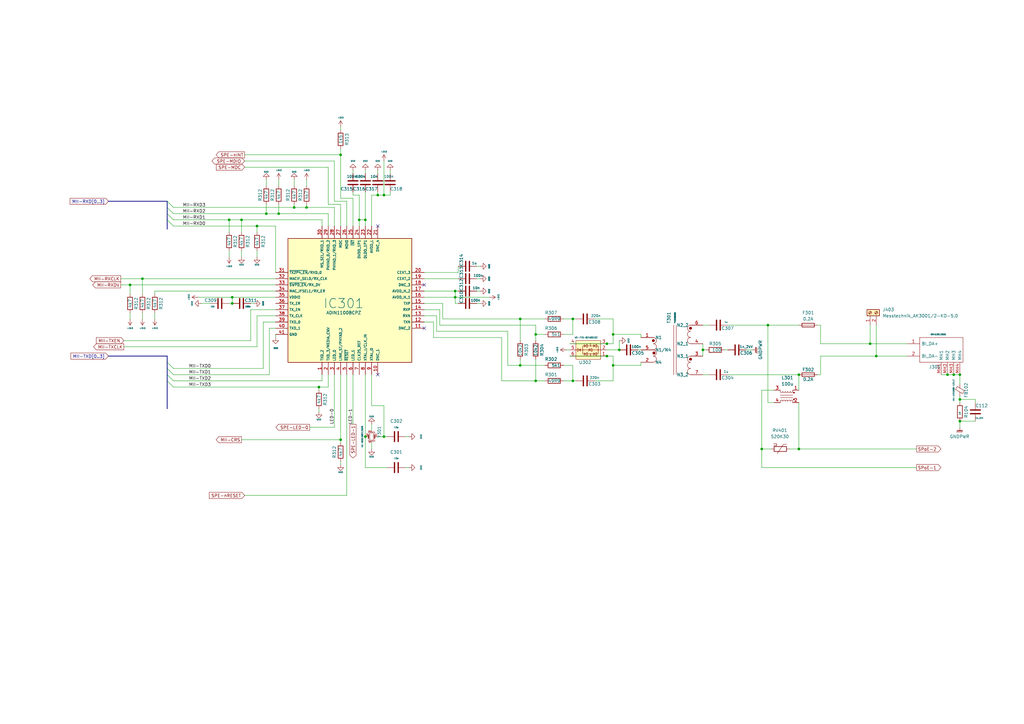
<source format=kicad_sch>
(kicad_sch (version 20230121) (generator eeschema)
  (paper "A3")
  (junction (at 356.87 140.97))
  (junction (at 254 143.51))
  (junction (at 393.7 163.83))
  (junction (at 327.66 153.67))
  (junction (at 248.92 146.05))
  (junction (at 154.94 80.01))
  (junction (at 393.7 153.67))
  (junction (at 139.7 180.34))
  (junction (at 248.92 140.97))
  (junction (at 312.42 184.15))
  (junction (at 359.41 146.05))
  (junction (at 105.41 92.71))
  (junction (at 149.86 179.07))
  (junction (at 219.71 156.21))
  (junction (at 393.7 172.72))
  (junction (at 251.46 149.86))
  (junction (at 234.95 156.21))
  (junction (at 149.86 90.17))
  (junction (at 186.69 119.38))
  (junction (at 139.7 63.5))
  (junction (at 213.36 130.81))
  (junction (at 58.42 114.3))
  (junction (at 95.25 124.46))
  (junction (at 327.66 184.15))
  (junction (at 314.96 133.35))
  (junction (at 120.65 85.09))
  (junction (at 95.25 121.92))
  (junction (at 288.29 143.51))
  (junction (at 391.16 153.67))
  (junction (at 234.95 130.81))
  (junction (at 213.36 149.86))
  (junction (at 186.69 121.92))
  (junction (at 388.62 153.67))
  (junction (at 99.06 90.17))
  (junction (at 157.48 179.07))
  (junction (at 114.3 87.63))
  (junction (at 93.98 90.17))
  (junction (at 53.34 116.84))
  (junction (at 147.32 90.17))
  (junction (at 130.81 158.75))
  (junction (at 219.71 137.16))
  (junction (at 251.46 137.16))
  (junction (at 109.22 87.63))
  (junction (at 157.48 80.01))
  (junction (at 125.73 85.09))
  (no_connect (at 173.99 134.62))
  (no_connect (at 154.94 153.67))
  (no_connect (at 173.99 116.84))
  (no_connect (at 154.94 92.71))
  (bus_entry (at 68.58 156.21) (size 2.54 2.54))
  (bus_entry (at 68.58 151.13) (size 2.54 2.54))
  (bus_entry (at 68.58 87.63) (size 2.54 2.54))
  (bus_entry (at 68.58 85.09) (size 2.54 2.54))
  (bus_entry (at 68.58 148.59) (size 2.54 2.54))
  (bus_entry (at 68.58 90.17) (size 2.54 2.54))
  (bus_entry (at 68.58 153.67) (size 2.54 2.54))
  (bus_entry (at 68.58 82.55) (size 2.54 2.54))
  (wire (pts (xy 254 143.51) (xy 254 139.7)))
  (bus (pts (xy 68.58 148.59) (xy 68.58 146.05)))
  (wire (pts (xy 195.58 119.38) (xy 196.85 119.38)))
  (wire (pts (xy 186.69 121.92) (xy 186.69 119.38)))
  (wire (pts (xy 219.71 137.16) (xy 223.52 137.16)))
  (wire (pts (xy 359.41 133.35) (xy 359.41 146.05)))
  (wire (pts (xy 49.53 116.84) (xy 53.34 116.84)))
  (wire (pts (xy 154.94 80.01) (xy 154.94 78.74)))
  (wire (pts (xy 95.25 124.46) (xy 93.98 124.46)))
  (wire (pts (xy 158.75 179.07) (xy 157.48 179.07)))
  (wire (pts (xy 179.07 135.89) (xy 208.28 135.89)))
  (wire (pts (xy 63.5 119.38) (xy 63.5 120.65)))
  (wire (pts (xy 298.45 153.67) (xy 327.66 153.67)))
  (wire (pts (xy 157.48 179.07) (xy 157.48 166.37)))
  (wire (pts (xy 306.07 143.51) (xy 308.61 143.51)))
  (wire (pts (xy 139.7 180.34) (xy 139.7 181.61)))
  (wire (pts (xy 219.71 156.21) (xy 219.71 147.32)))
  (wire (pts (xy 139.7 81.28) (xy 139.7 63.5)))
  (wire (pts (xy 71.12 156.21) (xy 132.08 156.21)))
  (wire (pts (xy 105.41 92.71) (xy 113.03 92.71)))
  (wire (pts (xy 213.36 130.81) (xy 223.52 130.81)))
  (wire (pts (xy 251.46 137.16) (xy 251.46 130.81)))
  (wire (pts (xy 186.69 124.46) (xy 187.96 124.46)))
  (wire (pts (xy 251.46 149.86) (xy 251.46 146.05)))
  (wire (pts (xy 251.46 149.86) (xy 262.89 149.86)))
  (bus (pts (xy 68.58 85.09) (xy 68.58 87.63)))
  (wire (pts (xy 254 143.51) (xy 248.92 143.51)))
  (wire (pts (xy 335.28 133.35) (xy 336.55 133.35)))
  (wire (pts (xy 186.69 121.92) (xy 186.69 124.46)))
  (wire (pts (xy 400.05 172.72) (xy 393.7 172.72)))
  (wire (pts (xy 105.41 105.41) (xy 105.41 102.87)))
  (wire (pts (xy 58.42 128.27) (xy 58.42 130.81)))
  (wire (pts (xy 99.06 105.41) (xy 99.06 102.87)))
  (wire (pts (xy 312.42 160.02) (xy 312.42 184.15)))
  (bus (pts (xy 68.58 82.55) (xy 68.58 85.09)))
  (wire (pts (xy 109.22 73.66) (xy 109.22 76.2)))
  (wire (pts (xy 288.29 153.67) (xy 290.83 153.67)))
  (wire (pts (xy 336.55 140.97) (xy 356.87 140.97)))
  (wire (pts (xy 173.99 121.92) (xy 186.69 121.92)))
  (wire (pts (xy 105.41 129.54) (xy 105.41 142.24)))
  (wire (pts (xy 144.78 92.71) (xy 144.78 81.28)))
  (wire (pts (xy 109.22 83.82) (xy 109.22 87.63)))
  (wire (pts (xy 327.66 184.15) (xy 375.92 184.15)))
  (wire (pts (xy 100.33 68.58) (xy 134.62 68.58)))
  (wire (pts (xy 388.62 153.67) (xy 386.08 153.67)))
  (wire (pts (xy 234.95 156.21) (xy 236.22 156.21)))
  (wire (pts (xy 213.36 139.7) (xy 213.36 130.81)))
  (wire (pts (xy 173.99 132.08) (xy 177.8 132.08)))
  (wire (pts (xy 160.02 71.12) (xy 160.02 69.85)))
  (wire (pts (xy 251.46 156.21) (xy 243.84 156.21)))
  (wire (pts (xy 154.94 179.07) (xy 157.48 179.07)))
  (wire (pts (xy 113.03 138.43) (xy 113.03 137.16)))
  (wire (pts (xy 298.45 143.51) (xy 297.18 143.51)))
  (wire (pts (xy 173.99 114.3) (xy 187.96 114.3)))
  (wire (pts (xy 99.06 90.17) (xy 93.98 90.17)))
  (wire (pts (xy 234.95 137.16) (xy 234.95 130.81)))
  (wire (pts (xy 100.33 66.04) (xy 137.16 66.04)))
  (wire (pts (xy 312.42 191.77) (xy 375.92 191.77)))
  (wire (pts (xy 142.24 153.67) (xy 142.24 203.2)))
  (wire (pts (xy 139.7 189.23) (xy 139.7 190.5)))
  (wire (pts (xy 261.62 143.51) (xy 262.89 143.51)))
  (wire (pts (xy 356.87 140.97) (xy 372.11 140.97)))
  (wire (pts (xy 359.41 146.05) (xy 372.11 146.05)))
  (wire (pts (xy 139.7 153.67) (xy 139.7 180.34)))
  (wire (pts (xy 213.36 149.86) (xy 213.36 147.32)))
  (wire (pts (xy 173.99 127) (xy 180.34 127)))
  (wire (pts (xy 114.3 83.82) (xy 114.3 87.63)))
  (wire (pts (xy 219.71 137.16) (xy 219.71 133.35)))
  (bus (pts (xy 68.58 151.13) (xy 68.58 148.59)))
  (wire (pts (xy 142.24 92.71) (xy 142.24 82.55)))
  (wire (pts (xy 114.3 73.66) (xy 114.3 76.2)))
  (bus (pts (xy 68.58 153.67) (xy 68.58 156.21)))
  (wire (pts (xy 93.98 90.17) (xy 93.98 95.25)))
  (wire (pts (xy 58.42 114.3) (xy 113.03 114.3)))
  (wire (pts (xy 181.61 124.46) (xy 181.61 130.81)))
  (wire (pts (xy 127 175.26) (xy 137.16 175.26)))
  (wire (pts (xy 179.07 129.54) (xy 179.07 135.89)))
  (wire (pts (xy 142.24 82.55) (xy 137.16 82.55)))
  (wire (pts (xy 132.08 90.17) (xy 99.06 90.17)))
  (wire (pts (xy 86.36 124.46) (xy 82.55 124.46)))
  (wire (pts (xy 125.73 83.82) (xy 125.73 85.09)))
  (wire (pts (xy 71.12 85.09) (xy 120.65 85.09)))
  (wire (pts (xy 312.42 184.15) (xy 316.23 184.15)))
  (wire (pts (xy 157.48 80.01) (xy 154.94 80.01)))
  (wire (pts (xy 288.29 146.05) (xy 288.29 143.51)))
  (wire (pts (xy 154.94 71.12) (xy 154.94 69.85)))
  (wire (pts (xy 251.46 146.05) (xy 248.92 146.05)))
  (wire (pts (xy 152.4 176.53) (xy 152.4 173.99)))
  (wire (pts (xy 49.53 114.3) (xy 58.42 114.3)))
  (wire (pts (xy 195.58 114.3) (xy 196.85 114.3)))
  (wire (pts (xy 102.87 124.46) (xy 104.14 124.46)))
  (wire (pts (xy 167.64 191.77) (xy 166.37 191.77)))
  (wire (pts (xy 336.55 140.97) (xy 336.55 133.35)))
  (wire (pts (xy 213.36 149.86) (xy 208.28 149.86)))
  (wire (pts (xy 336.55 146.05) (xy 336.55 153.67)))
  (wire (pts (xy 231.14 156.21) (xy 234.95 156.21)))
  (wire (pts (xy 327.66 153.67) (xy 327.66 160.02)))
  (wire (pts (xy 120.65 73.66) (xy 120.65 76.2)))
  (wire (pts (xy 137.16 82.55) (xy 137.16 66.04)))
  (wire (pts (xy 160.02 80.01) (xy 160.02 78.74)))
  (wire (pts (xy 152.4 92.71) (xy 152.4 80.01)))
  (wire (pts (xy 99.06 90.17) (xy 99.06 95.25)))
  (wire (pts (xy 149.86 92.71) (xy 149.86 90.17)))
  (wire (pts (xy 234.95 156.21) (xy 234.95 149.86)))
  (wire (pts (xy 251.46 130.81) (xy 243.84 130.81)))
  (wire (pts (xy 137.16 92.71) (xy 137.16 85.09)))
  (wire (pts (xy 58.42 114.3) (xy 58.42 120.65)))
  (wire (pts (xy 114.3 87.63) (xy 134.62 87.63)))
  (wire (pts (xy 234.95 130.81) (xy 236.22 130.81)))
  (wire (pts (xy 53.34 130.81) (xy 53.34 128.27)))
  (wire (pts (xy 251.46 140.97) (xy 248.92 140.97)))
  (wire (pts (xy 147.32 90.17) (xy 147.32 80.01)))
  (wire (pts (xy 231.14 137.16) (xy 234.95 137.16)))
  (wire (pts (xy 157.48 80.01) (xy 160.02 80.01)))
  (wire (pts (xy 95.25 121.92) (xy 95.25 124.46)))
  (wire (pts (xy 107.95 132.08) (xy 113.03 132.08)))
  (wire (pts (xy 393.7 163.83) (xy 400.05 163.83)))
  (wire (pts (xy 393.7 162.56) (xy 393.7 163.83)))
  (wire (pts (xy 336.55 146.05) (xy 359.41 146.05)))
  (wire (pts (xy 173.99 124.46) (xy 181.61 124.46)))
  (wire (pts (xy 251.46 137.16) (xy 262.89 137.16)))
  (wire (pts (xy 149.86 179.07) (xy 149.86 153.67)))
  (wire (pts (xy 391.16 153.67) (xy 393.7 153.67)))
  (wire (pts (xy 289.56 143.51) (xy 288.29 143.51)))
  (wire (pts (xy 107.95 151.13) (xy 107.95 132.08)))
  (wire (pts (xy 205.74 138.43) (xy 177.8 138.43)))
  (wire (pts (xy 262.89 138.43) (xy 262.89 137.16)))
  (wire (pts (xy 314.96 165.1) (xy 317.5 165.1)))
  (wire (pts (xy 113.03 111.76) (xy 113.03 92.71)))
  (wire (pts (xy 251.46 149.86) (xy 251.46 156.21)))
  (wire (pts (xy 95.25 121.92) (xy 113.03 121.92)))
  (wire (pts (xy 144.78 173.99) (xy 144.78 153.67)))
  (wire (pts (xy 317.5 160.02) (xy 312.42 160.02)))
  (wire (pts (xy 113.03 129.54) (xy 105.41 129.54)))
  (wire (pts (xy 71.12 92.71) (xy 105.41 92.71)))
  (wire (pts (xy 231.14 149.86) (xy 234.95 149.86)))
  (wire (pts (xy 166.37 179.07) (xy 167.64 179.07)))
  (wire (pts (xy 327.66 165.1) (xy 327.66 184.15)))
  (bus (pts (xy 68.58 156.21) (xy 68.58 167.64)))
  (wire (pts (xy 100.33 203.2) (xy 142.24 203.2)))
  (wire (pts (xy 262.89 148.59) (xy 262.89 149.86)))
  (wire (pts (xy 393.7 157.48) (xy 393.7 153.67)))
  (bus (pts (xy 68.58 90.17) (xy 68.58 93.98)))
  (wire (pts (xy 157.48 80.01) (xy 157.48 66.04)))
  (wire (pts (xy 187.96 111.76) (xy 187.96 109.22)))
  (wire (pts (xy 152.4 153.67) (xy 152.4 166.37)))
  (wire (pts (xy 149.86 71.12) (xy 149.86 69.85)))
  (wire (pts (xy 130.81 158.75) (xy 130.81 160.02)))
  (wire (pts (xy 109.22 87.63) (xy 114.3 87.63)))
  (wire (pts (xy 144.78 81.28) (xy 139.7 81.28)))
  (wire (pts (xy 139.7 53.34) (xy 139.7 52.07)))
  (wire (pts (xy 71.12 87.63) (xy 109.22 87.63)))
  (wire (pts (xy 120.65 85.09) (xy 125.73 85.09)))
  (wire (pts (xy 152.4 181.61) (xy 152.4 184.15)))
  (wire (pts (xy 99.06 180.34) (xy 139.7 180.34)))
  (wire (pts (xy 393.7 163.83) (xy 393.7 165.1)))
  (wire (pts (xy 137.16 175.26) (xy 137.16 153.67)))
  (wire (pts (xy 173.99 111.76) (xy 187.96 111.76)))
  (bus (pts (xy 44.45 146.05) (xy 68.58 146.05)))
  (wire (pts (xy 105.41 92.71) (xy 105.41 95.25)))
  (wire (pts (xy 288.29 143.51) (xy 288.29 140.97)))
  (wire (pts (xy 139.7 60.96) (xy 139.7 63.5)))
  (wire (pts (xy 323.85 184.15) (xy 327.66 184.15)))
  (bus (pts (xy 44.45 82.55) (xy 68.58 82.55)))
  (wire (pts (xy 50.8 142.24) (xy 105.41 142.24)))
  (wire (pts (xy 63.5 119.38) (xy 113.03 119.38)))
  (wire (pts (xy 71.12 151.13) (xy 107.95 151.13)))
  (wire (pts (xy 134.62 83.82) (xy 134.62 68.58)))
  (wire (pts (xy 186.69 119.38) (xy 187.96 119.38)))
  (wire (pts (xy 195.58 109.22) (xy 196.85 109.22)))
  (wire (pts (xy 132.08 153.67) (xy 132.08 156.21)))
  (wire (pts (xy 149.86 90.17) (xy 149.86 78.74)))
  (wire (pts (xy 219.71 133.35) (xy 180.34 133.35)))
  (wire (pts (xy 251.46 137.16) (xy 251.46 140.97)))
  (wire (pts (xy 139.7 92.71) (xy 139.7 83.82)))
  (bus (pts (xy 68.58 151.13) (xy 68.58 153.67)))
  (wire (pts (xy 223.52 149.86) (xy 213.36 149.86)))
  (wire (pts (xy 125.73 73.66) (xy 125.73 76.2)))
  (wire (pts (xy 71.12 158.75) (xy 130.81 158.75)))
  (wire (pts (xy 177.8 138.43) (xy 177.8 132.08)))
  (wire (pts (xy 100.33 63.5) (xy 139.7 63.5)))
  (wire (pts (xy 139.7 83.82) (xy 134.62 83.82)))
  (wire (pts (xy 144.78 80.01) (xy 147.32 80.01)))
  (wire (pts (xy 110.49 153.67) (xy 110.49 134.62)))
  (wire (pts (xy 314.96 133.35) (xy 314.96 165.1)))
  (wire (pts (xy 144.78 80.01) (xy 144.78 78.74)))
  (wire (pts (xy 152.4 166.37) (xy 157.48 166.37)))
  (wire (pts (xy 288.29 133.35) (xy 290.83 133.35)))
  (wire (pts (xy 205.74 156.21) (xy 219.71 156.21)))
  (wire (pts (xy 63.5 128.27) (xy 63.5 130.81)))
  (wire (pts (xy 356.87 133.35) (xy 356.87 140.97)))
  (wire (pts (xy 120.65 83.82) (xy 120.65 85.09)))
  (wire (pts (xy 393.7 175.26) (xy 393.7 172.72)))
  (wire (pts (xy 173.99 129.54) (xy 179.07 129.54)))
  (wire (pts (xy 248.92 140.97) (xy 233.68 140.97)))
  (wire (pts (xy 152.4 80.01) (xy 154.94 80.01)))
  (wire (pts (xy 205.74 156.21) (xy 205.74 138.43)))
  (wire (pts (xy 173.99 119.38) (xy 186.69 119.38)))
  (wire (pts (xy 195.58 124.46) (xy 196.85 124.46)))
  (wire (pts (xy 144.78 71.12) (xy 144.78 69.85)))
  (wire (pts (xy 130.81 158.75) (xy 134.62 158.75)))
  (wire (pts (xy 93.98 105.41) (xy 93.98 102.87)))
  (wire (pts (xy 113.03 127) (xy 102.87 127)))
  (wire (pts (xy 53.34 116.84) (xy 113.03 116.84)))
  (wire (pts (xy 232.41 143.51) (xy 233.68 143.51)))
  (wire (pts (xy 147.32 92.71) (xy 147.32 90.17)))
  (wire (pts (xy 335.28 153.67) (xy 336.55 153.67)))
  (wire (pts (xy 180.34 133.35) (xy 180.34 127)))
  (wire (pts (xy 53.34 120.65) (xy 53.34 116.84)))
  (wire (pts (xy 181.61 130.81) (xy 213.36 130.81)))
  (wire (pts (xy 95.25 121.92) (xy 81.28 121.92)))
  (wire (pts (xy 130.81 167.64) (xy 130.81 168.91)))
  (wire (pts (xy 149.86 191.77) (xy 158.75 191.77)))
  (wire (pts (xy 125.73 85.09) (xy 137.16 85.09)))
  (wire (pts (xy 149.86 191.77) (xy 149.86 179.07)))
  (wire (pts (xy 93.98 90.17) (xy 71.12 90.17)))
  (wire (pts (xy 400.05 165.1) (xy 400.05 163.83)))
  (wire (pts (xy 234.95 130.81) (xy 231.14 130.81)))
  (wire (pts (xy 208.28 149.86) (xy 208.28 135.89)))
  (wire (pts (xy 134.62 153.67) (xy 134.62 158.75)))
  (wire (pts (xy 298.45 133.35) (xy 314.96 133.35)))
  (wire (pts (xy 110.49 134.62) (xy 113.03 134.62)))
  (wire (pts (xy 219.71 156.21) (xy 223.52 156.21)))
  (wire (pts (xy 248.92 146.05) (xy 233.68 146.05)))
  (wire (pts (xy 312.42 184.15) (xy 312.42 191.77)))
  (wire (pts (xy 314.96 133.35) (xy 327.66 133.35)))
  (wire (pts (xy 134.62 92.71) (xy 134.62 87.63)))
  (bus (pts (xy 68.58 87.63) (xy 68.58 90.17)))
  (wire (pts (xy 50.8 139.7) (xy 102.87 139.7)))
  (wire (pts (xy 391.16 153.67) (xy 388.62 153.67)))
  (wire (pts (xy 71.12 153.67) (xy 110.49 153.67)))
  (wire (pts (xy 147.32 90.17) (xy 149.86 90.17)))
  (wire (pts (xy 186.69 121.92) (xy 200.66 121.92)))
  (wire (pts (xy 132.08 92.71) (xy 132.08 90.17)))
  (wire (pts (xy 219.71 139.7) (xy 219.71 137.16)))
  (wire (pts (xy 102.87 127) (xy 102.87 139.7)))
  (label "MII-TXD3" (at 77.47 158.75 0))
  (label "MII-RXD0" (at 74.93 92.71 0))
  (label "MII-TXD2" (at 77.47 156.21 0))
  (label "LED-0" (at 137.16 173.99 90))
  (label "MII-RXD2" (at 74.93 87.63 0))
  (label "MII-TXD1" (at 77.47 153.67 0))
  (label "MII-TXD0" (at 77.47 151.13 0))
  (label "MII-RXD3" (at 74.93 85.09 0))
  (label "LED-1" (at 144.78 173.99 90))
  (label "MII-RXD1" (at 74.93 90.17 0))
  (global_label "SPE-nINT" (shape output) (at 100.33 63.5 180) (property "Intersheetrefs" "${INTERSHEET_REFS}" (at 88.1714 63.5 0) (effects (justify right))) (property "Odnośniki między arkuszami" "${INTERSHEET_REFS}" (effects hide)))
  (global_label "MII-TXCLK" (shape output) (at 50.8 142.24 180) (property "Intersheetrefs" "${INTERSHEET_REFS}" (at 37.9156 142.24 0) (effects (justify right))))
  (global_label "MII-RXDV" (shape output) (at 49.53 116.84 180) (property "Intersheetrefs" "${INTERSHEET_REFS}" (at 37.5527 116.84 0) (effects (justify right))))
  (global_label "MII-TXD[0..3]" (shape input) (at 44.45 146.05 180) (property "Intersheetrefs" "${INTERSHEET_REFS}" (at 28.5417 146.05 0) (effects (justify right))))
  (global_label "SPoE-1" (shape output) (at 375.92 191.77 0) (property "Intersheetrefs" "${INTERSHEET_REFS}" (at 386.3852 191.77 0) (effects (justify left))))
  (global_label "MII-TXEN" (shape input) (at 50.8 139.7 180) (property "Intersheetrefs" "${INTERSHEET_REFS}" (at 39.0042 139.7 0) (effects (justify right))))
  (global_label "MII-CRS" (shape output) (at 99.06 180.34 180) (property "Intersheetrefs" "${INTERSHEET_REFS}" (at 88.1713 180.34 0) (effects (justify right))))
  (global_label "SPE-LED-1" (shape output) (at 144.78 173.99 270) (property "Intersheetrefs" "${INTERSHEET_REFS}" (at 144.78 188.4051 90) (effects (justify right))))
  (global_label "SPoE-2" (shape output) (at 375.92 184.15 0) (property "Intersheetrefs" "${INTERSHEET_REFS}" (at 386.3852 184.15 0) (effects (justify left))))
  (global_label "MII-RXCLK" (shape output) (at 49.53 114.3 180) (property "Intersheetrefs" "${INTERSHEET_REFS}" (at 36.3432 114.3 0) (effects (justify right))))
  (global_label "SPE-nRESET" (shape input) (at 100.33 203.2 180) (property "Intersheetrefs" "${INTERSHEET_REFS}" (at 85.3292 203.2 0) (effects (justify right))))
  (global_label "SPE-MDC" (shape input) (at 100.33 68.58 180) (property "Intersheetrefs" "${INTERSHEET_REFS}" (at 88.2319 68.58 0) (effects (justify right))))
  (global_label "SPE-MDIO" (shape bidirectional) (at 100.33 66.04 180) (property "Intersheetrefs" "${INTERSHEET_REFS}" (at 86.4553 66.04 0) (effects (justify right))))
  (global_label "MII-RXD[0..3]" (shape input) (at 44.45 82.55 180) (property "Intersheetrefs" "${INTERSHEET_REFS}" (at 28.2393 82.55 0) (effects (justify right))))
  (global_label "SPE-LED-0" (shape output) (at 127 175.26 180) (property "Intersheetrefs" "${INTERSHEET_REFS}" (at 112.5849 175.26 0) (effects (justify right))))
  (symbol (lib_id "Device:R") (at 227.33 137.16 90) (unit 1)
    (property "Reference" "R306" (at 228.6 134.62 90) (effects (justify left)))
    (property "Value" "5k1" (at 229.87 137.16 90) (effects (justify left)))
    (property "Footprint" "Resistor_SMD:R_0603_1608Metric" (effects hide))
    (instances (project "Ethernet" (path "" (reference "R306") (unit 1))) (project "gateway-LoRa-T1L" (path "" (reference "R306") (unit 1))) (project "ToffeeCam" (path "" (reference "R317") (unit 1))))
  )
  (symbol (lib_id "Device:R") (at 125.73 80.01 0) (unit 1)
    (property "Reference" "R312" (at 123.19 80.01 90))
    (property "Value" "4k7" (at 125.73 80.01 90))
    (property "Footprint" "Resistor_SMD:R_0402_1005Metric" (effects hide))
    (instances (project "Ethernet" (path "" (reference "R312") (unit 1))) (project "gateway-LoRa-T1L" (path "" (reference "R312") (unit 1))) (project "ToffeeCam" (path "" (reference "R310") (unit 1))))
  )
  (symbol (lib_id "power:GND") (at 196.85 109.22 90) (unit 1)
    (property "Reference" "#PWR0320" (effects hide))
    (property "Value" "GND" (at 200.66 109.22 0) (effects (font (size 0.6 0.6))))
    (instances (project "Ethernet" (path "" (reference "#PWR0320") (unit 1))) (project "gateway-LoRa-T1L" (path "" (reference "#PWR0320") (unit 1))) (project "ToffeeCam" (path "" (reference "#PWR0327") (unit 1))))
  )
  (symbol (lib_id "Device:R") (at 99.06 99.06 180) (unit 1)
    (property "Reference" "R312" (at 101.6 99.06 90))
    (property "Value" "4k7" (at 99.06 99.06 90))
    (property "Footprint" "Resistor_SMD:R_0402_1005Metric" (effects hide))
    (instances (project "Ethernet" (path "" (reference "R312") (unit 1))) (project "gateway-LoRa-T1L" (path "" (reference "R312") (unit 1))) (project "ToffeeCam" (path "" (reference "R305") (unit 1))))
  )
  (symbol (lib_id "Device:R") (at 130.81 163.83 180) (unit 1)
    (property "Reference" "R312" (at 133.35 163.83 90))
    (property "Value" "4k7" (at 130.81 163.83 90))
    (property "Footprint" "Resistor_SMD:R_0402_1005Metric" (effects hide))
    (instances (project "Ethernet" (path "" (reference "R312") (unit 1))) (project "gateway-LoRa-T1L" (path "" (reference "R312") (unit 1))) (project "ToffeeCam" (path "" (reference "R311") (unit 1))))
  )
  (symbol (lib_id "Device:R") (at 219.71 143.51 0) (unit 1)
    (property "Reference" "R304" (at 222.25 146.05 90) (effects (justify left)))
    (property "Value" "10k2" (at 219.71 146.05 90) (effects (justify left)))
    (property "Footprint" "Resistor_SMD:R_0603_1608Metric" (effects hide))
    (instances (project "Ethernet" (path "" (reference "R304") (unit 1))) (project "gateway-LoRa-T1L" (path "" (reference "R304") (unit 1))) (project "ToffeeCam" (path "" (reference "R315") (unit 1))))
  )
  (symbol (lib_id "Device:R") (at 213.36 143.51 0) (unit 1)
    (property "Reference" "R303" (at 215.9 146.05 90) (effects (justify left)))
    (property "Value" "10k2" (at 213.36 146.05 90) (effects (justify left)))
    (property "Footprint" "Resistor_SMD:R_0603_1608Metric" (effects hide))
    (instances (project "Ethernet" (path "" (reference "R303") (unit 1))) (project "gateway-LoRa-T1L" (path "" (reference "R303") (unit 1))) (project "ToffeeCam" (path "" (reference "R314") (unit 1))))
  )
  (symbol (lib_id "Device:C") (at 191.77 119.38 90) (unit 1)
    (property "Reference" "C312" (at 189.23 119.38 0) (effects (justify left)))
    (property "Value" "10n" (at 196.85 118.11 90) (effects (font (size 1.016 1.016)) (justify left)))
    (property "Footprint" "Capacitor_SMD:C_0402_1005Metric" (effects hide))
    (instances (project "Ethernet" (path "" (reference "C312") (unit 1))) (project "gateway-LoRa-T1L" (path "" (reference "C312") (unit 1))) (project "ToffeeCam" (path "" (reference "C311") (unit 1))))
  )
  (symbol (lib_id "Device:C") (at 144.78 74.93 180) (unit 1)
    (property "Reference" "C315" (at 144.78 77.47 0) (effects (justify left)))
    (property "Value" "100n" (at 142.24 72.39 0) (effects (font (size 1.016 1.016)) (justify right)))
    (property "Footprint" "Capacitor_SMD:C_0402_1005Metric" (effects hide))
    (instances (project "Ethernet" (path "" (reference "C315") (unit 1))) (project "gateway-LoRa-T1L" (path "" (reference "C315") (unit 1))) (project "ToffeeCam" (path "" (reference "C303") (unit 1))))
  )
  (symbol (lib_id "power:GND") (at 99.06 105.41 0) (unit 1)
    (property "Reference" "#PWR0302" (effects hide))
    (property "Value" "GND" (at 99.06 108.585 0) (effects (font (size 0.6 0.6))))
    (instances (project "Ethernet" (path "" (reference "#PWR0302") (unit 1))) (project "gateway-LoRa-T1L" (path "" (reference "#PWR0302") (unit 1))) (project "ToffeeCam" (path "" (reference "#PWR0307") (unit 1))))
  )
  (symbol (lib_id "power:+3V3") (at 58.42 130.81 180) (unit 1)
    (property "Reference" "#PWR0313" (effects hide))
    (property "Value" "+3V3" (at 58.42 134.62 0) (effects (font (size 0.6 0.6))))
    (instances (project "Ethernet" (path "" (reference "#PWR0313") (unit 1))) (project "gateway-LoRa-T1L" (path "" (reference "#PWR0313") (unit 1))) (project "ToffeeCam" (path "" (reference "#PWR0302") (unit 1))))
  )
  (symbol (lib_id "Device:Ferrite_Bead_Small") (at 393.7 160.02 0) (unit 1)
    (property "Reference" "FB102" (at 396.24 160.02 90))
    (property "Value" "HH-1M1608-121JT" (at 391.16 160.02 90) (effects (font (size 0.6 0.6))))
    (property "Footprint" "Project_Specific_Passives:FB_0603_1608Metric" (effects hide))
    (instances (project "gateway-LoRa-T1L" (path "" (reference "FB102") (unit 1))) (project "ToffeeCam" (path "" (reference "FB2") (unit 1)) (path "" (reference "FB705") (unit 1)) (path "" (reference "FB301") (unit 1))))
  )
  (symbol (lib_id "Device:C") (at 149.86 74.93 180) (unit 1)
    (property "Reference" "C316" (at 149.86 77.47 0) (effects (justify left)))
    (property "Value" "680n" (at 149.86 72.39 0) (effects (font (size 1.016 1.016)) (justify left)))
    (property "Footprint" "Capacitor_SMD:C_0402_1005Metric" (effects hide))
    (instances (project "Ethernet" (path "" (reference "C316") (unit 1))) (project "gateway-LoRa-T1L" (path "" (reference "C316") (unit 1))) (project "ToffeeCam" (path "" (reference "C304") (unit 1))))
  )
  (symbol (lib_id "Device:R") (at 227.33 130.81 90) (unit 1)
    (property "Reference" "R307" (at 228.6 128.27 90) (effects (justify left)))
    (property "Value" "49R9" (at 229.87 130.81 90) (effects (justify left)))
    (property "Footprint" "Resistor_SMD:R_0603_1608Metric" (effects hide))
    (instances (project "Ethernet" (path "" (reference "R307") (unit 1))) (project "gateway-LoRa-T1L" (path "" (reference "R307") (unit 1))) (project "ToffeeCam" (path "" (reference "R316") (unit 1))))
  )
  (symbol (lib_id "Device:C") (at 191.77 124.46 90) (unit 1)
    (property "Reference" "C310" (at 189.23 124.46 0) (effects (justify left)))
    (property "Value" "100n" (at 193.04 123.19 90) (effects (font (size 1.016 1.016)) (justify right)))
    (property "Footprint" "Capacitor_SMD:C_0402_1005Metric" (effects hide))
    (instances (project "Ethernet" (path "" (reference "C310") (unit 1))) (project "gateway-LoRa-T1L" (path "" (reference "C310") (unit 1))) (project "ToffeeCam" (path "" (reference "C312") (unit 1))))
  )
  (symbol (lib_id "Project_Specific_Wuerth:74930000") (at 276.86 143.51 0) (unit 1)
    (property "Reference" "T301" (at 274.3199 132.715 90) (effects (justify left)))
    (property "Value" "74930000" (at 276.8599 132.715 90) (effects (font (size 0.6 0.6)) (justify left)))
    (property "Footprint" "Project_Specific_Wuerth:74930000" (effects hide))
    (property "Datasheet" "https://componentsearchengine.com/Datasheets/1/74930000.pdf" (effects hide))
    (property "Description" "WE-STST Super Tiny Signal Transformer 10/100/1000 Base-T" (effects hide))
    (property "Height" "2.9" (effects hide))
    (property "Manufacturer_Name" "Wurth Elektronik" (effects hide))
    (property "Manufacturer_Part_Number" "74930000" (effects hide))
    (property "Mouser Part Number" "710-74930000" (effects hide))
    (property "Mouser Price/Stock" "https://www.mouser.co.uk/ProductDetail/Wurth-Elektronik/74930000" (effects hide))
  )
  (symbol (lib_id "power:GND") (at 254 139.7 90) (unit 1)
    (property "Reference" "#PWR0308" (effects hide))
    (property "Value" "GND" (at 257.81 139.7 0) (effects (font (size 0.6 0.6))))
    (instances (project "Ethernet" (path "" (reference "#PWR0308") (unit 1))) (project "gateway-LoRa-T1L" (path "" (reference "#PWR0308") (unit 1))) (project "ToffeeCam" (path "" (reference "#PWR0333") (unit 1))))
  )
  (symbol (lib_id "power:GND") (at 196.85 124.46 90) (unit 1)
    (property "Reference" "#PWR0311" (effects hide))
    (property "Value" "GND" (at 200.66 124.46 0) (effects (font (size 0.6 0.6))))
    (instances (project "Ethernet" (path "" (reference "#PWR0311") (unit 1))) (project "gateway-LoRa-T1L" (path "" (reference "#PWR0311") (unit 1))) (project "ToffeeCam" (path "" (reference "#PWR0330") (unit 1))))
  )
  (symbol (lib_id "power:GND") (at 139.7 190.5 0) (unit 1)
    (property "Reference" "#PWR0302" (effects hide))
    (property "Value" "GND" (at 139.7 193.675 0) (effects (font (size 0.6 0.6))))
    (instances (project "Ethernet" (path "" (reference "#PWR0302") (unit 1))) (project "gateway-LoRa-T1L" (path "" (reference "#PWR0302") (unit 1))) (project "ToffeeCam" (path "" (reference "#PWR0317") (unit 1))))
  )
  (symbol (lib_id "power:GNDPWR") (at 393.7 175.26 0) (unit 1)
    (property "Reference" "#PWR0335" (effects hide))
    (property "Value" "GNDPWR" (at 393.573 179.07 0))
  )
  (symbol (lib_id "Device:R") (at 105.41 99.06 180) (unit 1)
    (property "Reference" "R312" (at 107.95 99.06 90))
    (property "Value" "4k7" (at 105.41 99.06 90))
    (property "Footprint" "Resistor_SMD:R_0402_1005Metric" (effects hide))
    (instances (project "Ethernet" (path "" (reference "R312") (unit 1))) (project "gateway-LoRa-T1L" (path "" (reference "R312") (unit 1))) (project "ToffeeCam" (path "" (reference "R306") (unit 1))))
  )
  (symbol (lib_id "power:GND") (at 149.86 69.85 180) (unit 1)
    (property "Reference" "#PWR0326" (effects hide))
    (property "Value" "GND" (at 149.86 66.04 0) (effects (font (size 0.6 0.6))))
    (instances (project "Ethernet" (path "" (reference "#PWR0326") (unit 1))) (project "gateway-LoRa-T1L" (path "" (reference "#PWR0326") (unit 1))) (project "ToffeeCam" (path "" (reference "#PWR0319") (unit 1))))
  )
  (symbol (lib_id "Device:C") (at 191.77 109.22 90) (unit 1)
    (property "Reference" "C314" (at 189.23 109.22 0) (effects (justify left)))
    (property "Value" "1u" (at 195.58 107.95 90) (effects (font (size 1.016 1.016)) (justify left)))
    (property "Footprint" "Capacitor_SMD:C_0402_1005Metric" (effects hide))
    (instances (project "Ethernet" (path "" (reference "C314") (unit 1))) (project "gateway-LoRa-T1L" (path "" (reference "C314") (unit 1))) (project "ToffeeCam" (path "" (reference "C309") (unit 1))))
  )
  (symbol (lib_id "Device:C") (at 294.64 133.35 90) (unit 1)
    (property "Reference" "C307" (at 298.45 134.62 90))
    (property "Value" "1u" (at 297.815 132.08 90) (effects (font (size 0.6 0.6))))
    (property "Footprint" "Capacitor_SMD:C_0805_2012Metric" (effects hide))
    (instances (project "Ethernet" (path "" (reference "C307") (unit 1))) (project "gateway-LoRa-T1L" (path "" (reference "C307") (unit 1))) (project "ToffeeCam" (path "" (reference "C316") (unit 1))))
  )
  (symbol (lib_id "Device:C") (at 240.03 130.81 270) (unit 1)
    (property "Reference" "C308" (at 246.38 132.08 90) (effects (justify right)))
    (property "Value" "220n" (at 246.38 129.54 90) (effects (font (size 1.016 1.016)) (justify right)))
    (property "Footprint" "Capacitor_SMD:C_0603_1608Metric" (effects hide))
    (instances (project "Ethernet" (path "" (reference "C308") (unit 1))) (project "gateway-LoRa-T1L" (path "" (reference "C308") (unit 1))) (project "ToffeeCam" (path "" (reference "C313") (unit 1))))
  )
  (symbol (lib_id "Device:R") (at 393.7 168.91 0) (unit 1)
    (property "Reference" "R104" (at 396.24 171.45 90) (effects (justify left)))
    (property "Value" "1M" (at 393.7 170.18 90) (effects (font (size 0.6 0.6)) (justify left)))
    (property "Footprint" "Resistor_SMD:R_1206_3216Metric" (effects hide))
    (instances (project "gateway-LoRa-T1L" (path "" (reference "R104") (unit 1))) (project "ToffeeCam" (path "" (reference "R16") (unit 1)) (path "" (reference "R704") (unit 1)) (path "" (reference "R321") (unit 1))))
  )
  (symbol (lib_id "power:GND") (at 196.85 119.38 90) (unit 1)
    (property "Reference" "#PWR0315" (effects hide))
    (property "Value" "GND" (at 200.66 119.38 0) (effects (font (size 0.6 0.6))))
    (instances (project "Ethernet" (path "" (reference "#PWR0315") (unit 1))) (project "gateway-LoRa-T1L" (path "" (reference "#PWR0315") (unit 1))) (project "ToffeeCam" (path "" (reference "#PWR0329") (unit 1))))
  )
  (symbol (lib_id "Device:Fuse") (at 331.47 133.35 90) (unit 1)
    (property "Reference" "F301" (at 331.47 128.27 90))
    (property "Value" "0.2A" (at 331.47 130.81 90))
    (property "Footprint" "Fuse:Fuseholder_Cylinder-5x20mm_Schurter_0031_8201_Horizontal_Open" (effects hide))
  )
  (symbol (lib_id "power:GNDPWR") (at 308.61 143.51 90) (unit 1)
    (property "Reference" "#PWR0334" (effects hide))
    (property "Value" "GNDPWR" (at 311.912 143.51 0))
  )
  (symbol (lib_id "Device:R") (at 227.33 149.86 90) (unit 1)
    (property "Reference" "R302" (at 228.6 147.32 90) (effects (justify left)))
    (property "Value" "5k1" (at 229.87 149.86 90) (effects (justify left)))
    (property "Footprint" "Resistor_SMD:R_0603_1608Metric" (effects hide))
    (instances (project "Ethernet" (path "" (reference "R302") (unit 1))) (project "gateway-LoRa-T1L" (path "" (reference "R302") (unit 1))) (project "ToffeeCam" (path "" (reference "R318") (unit 1))))
  )
  (symbol (lib_id "Device:R") (at 53.34 124.46 180) (unit 1)
    (property "Reference" "R312" (at 55.88 124.46 90))
    (property "Value" "4k7" (at 53.34 124.46 90))
    (property "Footprint" "Resistor_SMD:R_0402_1005Metric" (effects hide))
    (instances (project "Ethernet" (path "" (reference "R312") (unit 1))) (project "gateway-LoRa-T1L" (path "" (reference "R312") (unit 1))) (project "ToffeeCam" (path "" (reference "R301") (unit 1))))
  )
  (symbol (lib_id "power:GND") (at 160.02 69.85 180) (unit 1)
    (property "Reference" "#PWR0328" (effects hide))
    (property "Value" "GND" (at 160.02 66.04 0) (effects (font (size 0.6 0.6))))
    (instances (project "Ethernet" (path "" (reference "#PWR0328") (unit 1))) (project "gateway-LoRa-T1L" (path "" (reference "#PWR0328") (unit 1))) (project "ToffeeCam" (path "" (reference "#PWR0324") (unit 1))))
  )
  (symbol (lib_id "power:+3V3") (at 232.41 143.51 90) (unit 1)
    (property "Reference" "#PWR0312" (effects hide))
    (property "Value" "+3V3" (at 228.6 143.51 0) (effects (font (size 0.6 0.6))))
    (instances (project "Ethernet" (path "" (reference "#PWR0312") (unit 1))) (project "gateway-LoRa-T1L" (path "" (reference "#PWR0312") (unit 1))) (project "ToffeeCam" (path "" (reference "#PWR0332") (unit 1))))
  )
  (symbol (lib_id "Device:Fuse") (at 331.47 153.67 90) (unit 1)
    (property "Reference" "F302" (at 331.47 151.638 90))
    (property "Value" "0.2A" (at 331.47 155.575 90))
    (property "Footprint" "Fuse:Fuseholder_Cylinder-5x20mm_Schurter_0031_8201_Horizontal_Open" (effects hide))
  )
  (symbol (lib_id "power:+3V3") (at 114.3 73.66 0) (unit 1)
    (property "Reference" "#PWR0330" (effects hide))
    (property "Value" "+3V3" (at 114.3 69.85 0) (effects (font (size 0.6 0.6))))
    (instances (project "Ethernet" (path "" (reference "#PWR0330") (unit 1))) (project "gateway-LoRa-T1L" (path "" (reference "#PWR0330") (unit 1))) (project "ToffeeCam" (path "" (reference "#PWR0312") (unit 1))))
  )
  (symbol (lib_id "power:+3V3") (at 139.7 52.07 0) (unit 1)
    (property "Reference" "#PWR0330" (effects hide))
    (property "Value" "+3V3" (at 139.7 48.26 0) (effects (font (size 0.6 0.6))))
    (instances (project "Ethernet" (path "" (reference "#PWR0330") (unit 1))) (project "gateway-LoRa-T1L" (path "" (reference "#PWR0330") (unit 1))) (project "ToffeeCam" (path "" (reference "#PWR0316") (unit 1))))
  )
  (symbol (lib_id "Device:C") (at 240.03 156.21 90) (unit 1)
    (property "Reference" "C303" (at 243.84 157.48 90))
    (property "Value" "220n" (at 243.84 154.94 90) (effects (font (size 1.016 1.016))))
    (property "Footprint" "Capacitor_SMD:C_0603_1608Metric" (effects hide))
    (instances (project "Ethernet" (path "" (reference "C303") (unit 1))) (project "gateway-LoRa-T1L" (path "" (reference "C303") (unit 1))) (project "ToffeeCam" (path "" (reference "C314") (unit 1))))
  )
  (symbol (lib_id "power:+3V3") (at 157.48 66.04 0) (unit 1)
    (property "Reference" "#PWR0329" (effects hide))
    (property "Value" "+3V3" (at 157.48 62.23 0) (effects (font (size 0.6 0.6))))
    (instances (project "Ethernet" (path "" (reference "#PWR0329") (unit 1))) (project "gateway-LoRa-T1L" (path "" (reference "#PWR0329") (unit 1))) (project "ToffeeCam" (path "" (reference "#PWR0323") (unit 1))))
  )
  (symbol (lib_id "power:GND") (at 113.03 138.43 0) (unit 1)
    (property "Reference" "#PWR0309" (effects hide))
    (property "Value" "GND" (at 113.157 142.8242 0) (effects (font (size 0.6 0.6))))
    (instances (project "Ethernet" (path "" (reference "#PWR0309") (unit 1))) (project "gateway-LoRa-T1L" (path "" (reference "#PWR0309") (unit 1))) (project "ToffeeCam" (path "" (reference "#PWR0311") (unit 1))))
  )
  (symbol (lib_id "Device:C") (at 160.02 74.93 180) (unit 1)
    (property "Reference" "C318" (at 165.1 77.47 0) (effects (justify left)))
    (property "Value" "100n" (at 157.48 72.39 0) (effects (font (size 1.016 1.016)) (justify right)))
    (property "Footprint" "Capacitor_SMD:C_0402_1005Metric" (effects hide))
    (instances (project "Ethernet" (path "" (reference "C318") (unit 1))) (project "gateway-LoRa-T1L" (path "" (reference "C318") (unit 1))) (project "ToffeeCam" (path "" (reference "C306") (unit 1))))
  )
  (symbol (lib_id "Device:C") (at 162.56 191.77 270) (unit 1)
    (property "Reference" "C301" (at 162.56 185.42 90))
    (property "Value" "13p" (at 162.56 187.96 90) (effects (font (size 0.6 0.6))))
    (property "Footprint" "Capacitor_SMD:C_0402_1005Metric" (effects hide))
    (instances (project "Ethernet" (path "" (reference "C301") (unit 1))) (project "gateway-LoRa-T1L" (path "" (reference "C301") (unit 1))) (project "ToffeeCam" (path "" (reference "C308") (unit 1))))
  )
  (symbol (lib_id "Device:R") (at 114.3 80.01 0) (unit 1)
    (property "Reference" "R312" (at 111.76 80.01 90))
    (property "Value" "4k7" (at 114.3 80.01 90))
    (property "Footprint" "Resistor_SMD:R_0402_1005Metric" (effects hide))
    (instances (project "Ethernet" (path "" (reference "R312") (unit 1))) (project "gateway-LoRa-T1L" (path "" (reference "R312") (unit 1))) (project "ToffeeCam" (path "" (reference "R308") (unit 1))))
  )
  (symbol (lib_id "Device:C") (at 162.56 179.07 90) (unit 1)
    (property "Reference" "C302" (at 162.56 172.72 90))
    (property "Value" "13p" (at 162.56 175.26 90) (effects (font (size 0.6 0.6))))
    (property "Footprint" "Capacitor_SMD:C_0402_1005Metric" (effects hide))
    (instances (project "Ethernet" (path "" (reference "C302") (unit 1))) (project "gateway-LoRa-T1L" (path "" (reference "C302") (unit 1))) (project "ToffeeCam" (path "" (reference "C307") (unit 1))))
  )
  (symbol (lib_id "power:GND") (at 144.78 69.85 180) (unit 1)
    (property "Reference" "#PWR0325" (effects hide))
    (property "Value" "GND" (at 144.78 66.04 0) (effects (font (size 0.6 0.6))))
    (instances (project "Ethernet" (path "" (reference "#PWR0325") (unit 1))) (project "gateway-LoRa-T1L" (path "" (reference "#PWR0325") (unit 1))) (project "ToffeeCam" (path "" (reference "#PWR0318") (unit 1))))
  )
  (symbol (lib_id "Device:C") (at 302.26 143.51 90) (unit 1)
    (property "Reference" "C306" (at 306.07 144.78 90))
    (property "Value" "1n_2kV" (at 306.07 142.24 90) (effects (font (size 1.016 1.016))))
    (property "Footprint" "Capacitor_SMD:C_1206_3216Metric" (effects hide))
    (instances (project "Ethernet" (path "" (reference "C306") (unit 1))) (project "gateway-LoRa-T1L" (path "" (reference "C306") (unit 1))) (project "ToffeeCam" (path "" (reference "C318") (unit 1))))
  )
  (symbol (lib_id "Device:Crystal_GND24_Small") (at 152.4 179.07 180) (unit 1)
    (property "Reference" "Y301" (at 155.575 177.165 90))
    (property "Value" "WE-830108212509" (at 148.59 179.07 90) (effects (font (size 0.6 0.6))))
    (property "Footprint" "Crystal:Crystal_SMD_2016-4Pin_2.0x1.6mm" (effects hide))
  )
  (symbol (lib_id "Device:R") (at 93.98 99.06 180) (unit 1)
    (property "Reference" "R312" (at 96.52 99.06 90))
    (property "Value" "4k7" (at 93.98 99.06 90))
    (property "Footprint" "Resistor_SMD:R_0402_1005Metric" (effects hide))
    (instances (project "Ethernet" (path "" (reference "R312") (unit 1))) (project "gateway-LoRa-T1L" (path "" (reference "R312") (unit 1))) (project "ToffeeCam" (path "" (reference "R304") (unit 1))))
  )
  (symbol (lib_id "Connector:Screw_Terminal_01x02") (at 356.87 128.27 90) (unit 1)
    (property "Reference" "J403" (at 361.95 127 90) (effects (justify right)))
    (property "Value" "Messtechnik_AK3001/2-KD-5,0" (at 361.95 129.54 90) (effects (justify right)))
    (property "Footprint" "Project_Specific_Connectors:Messtechnik_AK3001_2-KD-5.0" (effects hide))
    (instances (project "ToffeeCam" (path "" (reference "J403") (unit 1)) (path "" (reference "J301") (unit 1))))
  )
  (symbol (lib_id "Device:R") (at 139.7 185.42 180) (unit 1)
    (property "Reference" "R312" (at 137.16 185.42 90))
    (property "Value" "4k7" (at 139.7 185.42 90))
    (property "Footprint" "Resistor_SMD:R_0402_1005Metric" (effects hide))
    (instances (project "Ethernet" (path "" (reference "R312") (unit 1))) (project "gateway-LoRa-T1L" (path "" (reference "R312") (unit 1))) (project "ToffeeCam" (path "" (reference "R313") (unit 1))))
  )
  (symbol (lib_id "Device:C") (at 191.77 114.3 90) (unit 1)
    (property "Reference" "C313" (at 189.23 114.3 0) (effects (justify left)))
    (property "Value" "100n" (at 198.12 113.03 90) (effects (font (size 1.016 1.016)) (justify left)))
    (property "Footprint" "Capacitor_SMD:C_0402_1005Metric" (effects hide))
    (instances (project "Ethernet" (path "" (reference "C313") (unit 1))) (project "gateway-LoRa-T1L" (path "" (reference "C313") (unit 1))) (project "ToffeeCam" (path "" (reference "C310") (unit 1))))
  )
  (symbol (lib_id "power:+3V3") (at 93.98 105.41 180) (unit 1)
    (property "Reference" "#PWR0330" (effects hide))
    (property "Value" "+3V3" (at 93.98 109.22 0) (effects (font (size 0.6 0.6))))
    (instances (project "Ethernet" (path "" (reference "#PWR0330") (unit 1))) (project "gateway-LoRa-T1L" (path "" (reference "#PWR0330") (unit 1))) (project "ToffeeCam" (path "" (reference "#PWR0306") (unit 1))))
  )
  (symbol (lib_id "power:GND") (at 120.65 73.66 180) (unit 1)
    (property "Reference" "#PWR0302" (effects hide))
    (property "Value" "GND" (at 120.65 70.485 0) (effects (font (size 0.6 0.6))))
    (instances (project "Ethernet" (path "" (reference "#PWR0302") (unit 1))) (project "gateway-LoRa-T1L" (path "" (reference "#PWR0302") (unit 1))) (project "ToffeeCam" (path "" (reference "#PWR0313") (unit 1))))
  )
  (symbol (lib_id "power:GND") (at 152.4 184.15 0) (unit 1)
    (property "Reference" "#PWR0302" (effects hide))
    (property "Value" "GND" (at 152.4 187.325 0) (effects (font (size 0.6 0.6))))
    (instances (project "Ethernet" (path "" (reference "#PWR0302") (unit 1))) (project "gateway-LoRa-T1L" (path "" (reference "#PWR0302") (unit 1))) (project "ToffeeCam" (path "" (reference "#PWR0321") (unit 1))))
  )
  (symbol (lib_id "power:+3V3") (at 200.66 121.92 270) (unit 1)
    (property "Reference" "#PWR0313" (effects hide))
    (property "Value" "+3V3" (at 204.47 121.92 0) (effects (font (size 0.6 0.6))))
    (instances (project "Ethernet" (path "" (reference "#PWR0313") (unit 1))) (project "gateway-LoRa-T1L" (path "" (reference "#PWR0313") (unit 1))) (project "ToffeeCam" (path "" (reference "#PWR0331") (unit 1))))
  )
  (symbol (lib_id "Device:R") (at 58.42 124.46 180) (unit 1)
    (property "Reference" "R312" (at 60.96 124.46 90))
    (property "Value" "4k7" (at 58.42 124.46 90))
    (property "Footprint" "Resistor_SMD:R_0402_1005Metric" (effects hide))
    (instances (project "Ethernet" (path "" (reference "R312") (unit 1))) (project "gateway-LoRa-T1L" (path "" (reference "R312") (unit 1))) (project "ToffeeCam" (path "" (reference "R302") (unit 1))))
  )
  (symbol (lib_id "Device:R") (at 120.65 80.01 0) (unit 1)
    (property "Reference" "R312" (at 118.11 80.01 90))
    (property "Value" "4k7" (at 120.65 80.01 90))
    (property "Footprint" "Resistor_SMD:R_0402_1005Metric" (effects hide))
    (instances (project "Ethernet" (path "" (reference "R312") (unit 1))) (project "gateway-LoRa-T1L" (path "" (reference "R312") (unit 1))) (project "ToffeeCam" (path "" (reference "R309") (unit 1))))
  )
  (symbol (lib_id "Project_Specific_AnalogDevices:ADIN1100BCPZ") (at 143.51 123.19 90) (unit 1)
    (property "Reference" "IC301" (at 140.97 124.46 90) (effects (font (size 3.81 3.81))))
    (property "Value" "ADIN1100BCPZ" (at 140.97 128.27 90))
    (property "Footprint" "Project_Specific_AnalogDevices:ADIN1100" (effects hide))
    (property "Datasheet" "https://www.analog.com/media/en/technical-documentation/data-sheets/adin1100.pdf" (effects hide))
    (property "Height" "0.8" (effects hide))
    (property "Manufacturer_Name" "Analog Devices" (effects hide))
    (property "Manufacturer_Part_Number" "ADIN1100BCPZ" (effects hide))
    (property "Mouser Part Number" "584-ADIN1100BCPZ" (effects hide))
    (property "Mouser Price/Stock" "https://www.mouser.co.uk/ProductDetail/Analog-Devices/ADIN1100BCPZ?qs=pUKx8fyJudCdDTs4kcQtqA%3D%3D" (effects hide))
  )
  (symbol (lib_id "Project_Specific_Harting:09452812800") (at 387.35 143.51 0) (unit 1)
    (property "Reference" "J301" (at 381 150.495 0) (effects (justify left)))
    (property "Value" "09452812800" (at 381.635 137.16 0) (effects (font (size 0.6 0.6)) (justify left)))
    (property "Footprint" "Project_Specific_Harting:09452812800" (effects hide))
    (property "Datasheet" "https://datasheet.datasheetarchive.com/originals/distributors/Datasheets_SAMA/ce283af299b8188d7136a185b8906223.pdf" (effects hide))
    (property "Description" "Modular Connectors / Ethernet Connectors T1 Industrial angle jack AH IP20" (effects hide))
    (property "Height" "6.2" (effects hide))
    (property "Manufacturer_Name" "HARTING" (effects hide))
    (property "Manufacturer_Part_Number" "09452812800" (effects hide))
    (property "Mouser Part Number" "617-09452812800" (effects hide))
    (property "Mouser Price/Stock" "https://www.mouser.co.uk/ProductDetail/HARTING/09452812800" (effects hide))
    (property "Arrow Part Number" "09452812800" (effects hide))
    (property "Arrow Price/Stock" "https://www.arrow.com/en/products/09452812800/harting" (effects hide))
    (instances (project "Ethernet" (path "" (reference "J301") (unit 1))) (project "gateway-LoRa-T1L" (path "" (reference "J301") (unit 1))) (project "ToffeeCam" (path "" (reference "J302") (unit 1))))
  )
  (symbol (lib_id "power:GND") (at 82.55 124.46 270) (unit 1)
    (property "Reference" "#PWR0310" (effects hide))
    (property "Value" "GND" (at 78.74 124.46 0) (effects (font (size 0.6 0.6))))
    (instances (project "Ethernet" (path "" (reference "#PWR0310") (unit 1))) (project "gateway-LoRa-T1L" (path "" (reference "#PWR0310") (unit 1))) (project "ToffeeCam" (path "" (reference "#PWR0305") (unit 1))))
  )
  (symbol (lib_id "Device:C") (at 154.94 74.93 180) (unit 1)
    (property "Reference" "C317" (at 154.94 77.47 0) (effects (justify left)))
    (property "Value" "10n" (at 154.94 72.39 0) (effects (font (size 1.016 1.016)) (justify left)))
    (property "Footprint" "Capacitor_SMD:C_0402_1005Metric" (effects hide))
    (instances (project "Ethernet" (path "" (reference "C317") (unit 1))) (project "gateway-LoRa-T1L" (path "" (reference "C317") (unit 1))) (project "ToffeeCam" (path "" (reference "C305") (unit 1))))
  )
  (symbol (lib_id "Device:L_Iron_Coupled_1324") (at 322.58 162.56 0) (mirror y) (unit 1)
    (property "Reference" "L301" (at 322.961 154.94 0))
    (property "Value" "100u" (at 322.961 157.48 0))
    (property "Footprint" "Project_Specific_Wuerth:744871101" (effects hide))
  )
  (symbol (lib_id "power:GND") (at 167.64 179.07 90) (unit 1)
    (property "Reference" "#PWR0303" (effects hide))
    (property "Value" "GND" (at 172.72 179.07 0) (effects (font (size 0.6 0.6))))
    (instances (project "Ethernet" (path "" (reference "#PWR0303") (unit 1))) (project "gateway-LoRa-T1L" (path "" (reference "#PWR0303") (unit 1))) (project "ToffeeCam" (path "" (reference "#PWR0325") (unit 1))))
  )
  (symbol (lib_id "Device:C") (at 99.06 124.46 270) (unit 1)
    (property "Reference" "C311" (at 100.33 123.19 90) (effects (justify left)))
    (property "Value" "100n" (at 102.87 125.73 90) (effects (font (size 0.6 0.6)) (justify right)))
    (property "Footprint" "Capacitor_SMD:C_0402_1005Metric" (effects hide))
    (instances (project "Ethernet" (path "" (reference "C311") (unit 1))) (project "gateway-LoRa-T1L" (path "" (reference "C311") (unit 1))) (project "ToffeeCam" (path "" (reference "C302") (unit 1))))
  )
  (symbol (lib_id "Device:C") (at 400.05 168.91 0) (unit 1)
    (property "Reference" "C112" (at 400.05 166.37 0) (effects (justify left)))
    (property "Value" "1n_2kV" (at 400.05 171.45 0) (effects (font (size 0.6 0.6)) (justify left)))
    (property "Footprint" "Capacitor_SMD:C_1206_3216Metric" (effects hide))
    (instances (project "gateway-LoRa-T1L" (path "" (reference "C112") (unit 1))) (project "ToffeeCam" (path "" (reference "C20") (unit 1)) (path "" (reference "C725") (unit 1)) (path "" (reference "C319") (unit 1))))
  )
  (symbol (lib_id "power:+3V3") (at 53.34 130.81 180) (unit 1)
    (property "Reference" "#PWR0313" (effects hide))
    (property "Value" "+3V3" (at 53.34 134.62 0) (effects (font (size 0.6 0.6))))
    (instances (project "Ethernet" (path "" (reference "#PWR0313") (unit 1))) (project "gateway-LoRa-T1L" (path "" (reference "#PWR0313") (unit 1))) (project "ToffeeCam" (path "" (reference "#PWR0301") (unit 1))))
  )
  (symbol (lib_id "Device:R") (at 63.5 124.46 180) (unit 1)
    (property "Reference" "R312" (at 66.04 124.46 90))
    (property "Value" "4k7" (at 63.5 124.46 90))
    (property "Footprint" "Resistor_SMD:R_0402_1005Metric" (effects hide))
    (instances (project "Ethernet" (path "" (reference "R312") (unit 1))) (project "gateway-LoRa-T1L" (path "" (reference "R312") (unit 1))) (project "ToffeeCam" (path "" (reference "R303") (unit 1))))
  )
  (symbol (lib_id "power:+3V3") (at 125.73 73.66 0) (unit 1)
    (property "Reference" "#PWR0330" (effects hide))
    (property "Value" "+3V3" (at 125.73 69.85 0) (effects (font (size 0.6 0.6))))
    (instances (project "Ethernet" (path "" (reference "#PWR0330") (unit 1))) (project "gateway-LoRa-T1L" (path "" (reference "#PWR0330") (unit 1))) (project "ToffeeCam" (path "" (reference "#PWR0314") (unit 1))))
  )
  (symbol (lib_id "Device:R") (at 293.37 143.51 90) (unit 1)
    (property "Reference" "R305" (at 295.91 140.97 90) (effects (justify left)))
    (property "Value" "100" (at 295.91 143.51 90) (effects (justify left)))
    (property "Footprint" "Resistor_SMD:R_0603_1608Metric" (effects hide))
    (instances (project "Ethernet" (path "" (reference "R305") (unit 1))) (project "gateway-LoRa-T1L" (path "" (reference "R305") (unit 1))) (project "ToffeeCam" (path "" (reference "R320") (unit 1))))
  )
  (symbol (lib_id "Device:C") (at 294.64 153.67 90) (unit 1)
    (property "Reference" "C304" (at 298.45 154.94 90))
    (property "Value" "1u" (at 297.815 152.4 90) (effects (font (size 1.016 1.016))))
    (property "Footprint" "Capacitor_SMD:C_0805_2012Metric" (effects hide))
    (instances (project "Ethernet" (path "" (reference "C304") (unit 1))) (project "gateway-LoRa-T1L" (path "" (reference "C304") (unit 1))) (project "ToffeeCam" (path "" (reference "C317") (unit 1))))
  )
  (symbol (lib_id "Power_Protection:WE-TVS-82400102") (at 241.3 143.51 180) (unit 1)
    (property "Reference" "U302" (at 242.5701 148.59 0) (effects (justify left)))
    (property "Value" "WE-TVS-82400102" (at 245.11 138.43 0) (effects (font (size 0.635 0.635)) (justify left)))
    (property "Footprint" "Package_TO_SOT_SMD:SOT-23-6" (effects hide))
    (property "Datasheet" "https://katalog.we-online.de/pbs/datasheet/82400102.pdf" (effects hide))
    (instances (project "Ethernet" (path "" (reference "U302") (unit 1))) (project "gateway-LoRa-T1L" (path "" (reference "U302") (unit 1))) (project "ToffeeCam" (path "" (reference "U301") (unit 1))))
  )
  (symbol (lib_id "power:+3V3") (at 81.28 121.92 90) (unit 1)
    (property "Reference" "#PWR0312" (effects hide))
    (property "Value" "+3V3" (at 77.47 121.92 0) (effects (font (size 0.6 0.6))))
    (instances (project "Ethernet" (path "" (reference "#PWR0312") (unit 1))) (project "gateway-LoRa-T1L" (path "" (reference "#PWR0312") (unit 1))) (project "ToffeeCam" (path "" (reference "#PWR0304") (unit 1))))
  )
  (symbol (lib_id "power:GND") (at 130.81 168.91 0) (unit 1)
    (property "Reference" "#PWR0302" (effects hide))
    (property "Value" "GND" (at 130.81 172.085 0) (effects (font (size 0.6 0.6))))
    (instances (project "Ethernet" (path "" (reference "#PWR0302") (unit 1))) (project "gateway-LoRa-T1L" (path "" (reference "#PWR0302") (unit 1))) (project "ToffeeCam" (path "" (reference "#PWR0315") (unit 1))))
  )
  (symbol (lib_id "Device:R") (at 227.33 156.21 90) (unit 1)
    (property "Reference" "R301" (at 228.6 153.67 90) (effects (justify left)))
    (property "Value" "49R9" (at 229.87 156.21 90) (effects (justify left)))
    (property "Footprint" "Resistor_SMD:R_0603_1608Metric" (effects hide))
    (instances (project "Ethernet" (path "" (reference "R301") (unit 1))) (project "gateway-LoRa-T1L" (path "" (reference "R301") (unit 1))) (project "ToffeeCam" (path "" (reference "R319") (unit 1))))
  )
  (symbol (lib_id "power:GND") (at 167.64 191.77 90) (unit 1)
    (property "Reference" "#PWR0301" (effects hide))
    (property "Value" "GND" (at 172.72 191.77 0) (effects (font (size 0.6 0.6))))
    (instances (project "Ethernet" (path "" (reference "#PWR0301") (unit 1))) (project "gateway-LoRa-T1L" (path "" (reference "#PWR0301") (unit 1))) (project "ToffeeCam" (path "" (reference "#PWR0326") (unit 1))))
  )
  (symbol (lib_id "Device:Varistor") (at 320.04 184.15 270) (unit 1)
    (property "Reference" "RV401" (at 319.8467 176.53 90))
    (property "Value" "S20K30" (at 319.8467 179.07 90))
    (property "Footprint" "Project_Specific_Passives:RV_Disc_D21.5mm_W4.3mm_P10mm" (effects hide))
    (property "Sim.Name" "kicad_builtin_varistor" (effects hide))
    (property "Sim.Device" "SUBCKT" (effects hide))
    (property "Sim.Pins" "1=A 2=B" (effects hide))
    (property "Sim.Params" "threshold=1k" (effects hide))
    (property "Sim.Library" "${KICAD7_SYMBOL_DIR}/Simulation_SPICE.sp" (effects hide))
    (instances (project "ToffeeCam" (path "" (reference "RV401") (unit 1)) (path "" (reference "RV301") (unit 1))))
  )
  (symbol (lib_id "power:GND") (at 109.22 73.66 180) (unit 1)
    (property "Reference" "#PWR0302" (effects hide))
    (property "Value" "GND" (at 109.22 70.485 0) (effects (font (size 0.6 0.6))))
    (instances (project "Ethernet" (path "" (reference "#PWR0302") (unit 1))) (project "gateway-LoRa-T1L" (path "" (reference "#PWR0302") (unit 1))) (project "ToffeeCam" (path "" (reference "#PWR0310") (unit 1))))
  )
  (symbol (lib_id "power:GND") (at 104.14 124.46 90) (unit 1)
    (property "Reference" "#PWR0314" (effects hide))
    (property "Value" "GND" (at 107.95 124.46 0) (effects (font (size 0.6 0.6))))
    (instances (project "Ethernet" (path "" (reference "#PWR0314") (unit 1))) (project "gateway-LoRa-T1L" (path "" (reference "#PWR0314") (unit 1))) (project "ToffeeCam" (path "" (reference "#PWR0308") (unit 1))))
  )
  (symbol (lib_id "Device:C") (at 90.17 124.46 270) (unit 1)
    (property "Reference" "C309" (at 83.82 123.19 90) (effects (justify left)))
    (property "Value" "10n" (at 86.36 125.73 90) (effects (font (size 0.6 0.6)) (justify left)))
    (property "Footprint" "Capacitor_SMD:C_0402_1005Metric" (effects hide))
    (instances (project "Ethernet" (path "" (reference "C309") (unit 1))) (project "gateway-LoRa-T1L" (path "" (reference "C309") (unit 1))) (project "ToffeeCam" (path "" (reference "C301") (unit 1))))
  )
  (symbol (lib_id "Device:C") (at 257.81 143.51 90) (unit 1)
    (property "Reference" "C305" (at 261.62 144.78 90))
    (property "Value" "100n" (at 260.985 142.24 90) (effects (font (size 1.016 1.016))))
    (property "Footprint" "Capacitor_SMD:C_0603_1608Metric" (effects hide))
    (instances (project "Ethernet" (path "" (reference "C305") (unit 1))) (project "gateway-LoRa-T1L" (path "" (reference "C305") (unit 1))) (project "ToffeeCam" (path "" (reference "C315") (unit 1))))
  )
  (symbol (lib_id "power:GND") (at 196.85 114.3 90) (unit 1)
    (property "Reference" "#PWR0318" (effects hide))
    (property "Value" "GND" (at 200.66 114.3 0) (effects (font (size 0.6 0.6))))
    (instances (project "Ethernet" (path "" (reference "#PWR0318") (unit 1))) (project "gateway-LoRa-T1L" (path "" (reference "#PWR0318") (unit 1))) (project "ToffeeCam" (path "" (reference "#PWR0328") (unit 1))))
  )
  (symbol (lib_id "power:GND") (at 105.41 105.41 0) (unit 1)
    (property "Reference" "#PWR0302" (effects hide))
    (property "Value" "GND" (at 105.41 108.585 0) (effects (font (size 0.6 0.6))))
    (instances (project "Ethernet" (path "" (reference "#PWR0302") (unit 1))) (project "gateway-LoRa-T1L" (path "" (reference "#PWR0302") (unit 1))) (project "ToffeeCam" (path "" (reference "#PWR0309") (unit 1))))
  )
  (symbol (lib_id "power:+3V3") (at 63.5 130.81 180) (unit 1)
    (property "Reference" "#PWR0313" (effects hide))
    (property "Value" "+3V3" (at 63.5 134.62 0) (effects (font (size 0.6 0.6))))
    (instances (project "Ethernet" (path "" (reference "#PWR0313") (unit 1))) (project "gateway-LoRa-T1L" (path "" (reference "#PWR0313") (unit 1))) (project "ToffeeCam" (path "" (reference "#PWR0303") (unit 1))))
  )
  (symbol (lib_id "Device:R") (at 139.7 57.15 180) (unit 1)
    (property "Reference" "R313" (at 142.24 57.15 90))
    (property "Value" "1k5" (at 139.7 57.15 90))
    (property "Footprint" "Resistor_SMD:R_0402_1005Metric" (effects hide))
    (instances (project "Ethernet" (path "" (reference "R313") (unit 1))) (project "gateway-LoRa-T1L" (path "" (reference "R313") (unit 1))) (project "ToffeeCam" (path "" (reference "R312") (unit 1))))
  )
  (symbol (lib_id "power:GND") (at 154.94 69.85 180) (unit 1)
    (property "Reference" "#PWR0327" (effects hide))
    (property "Value" "GND" (at 154.94 66.04 0) (effects (font (size 0.6 0.6))))
    (instances (project "Ethernet" (path "" (reference "#PWR0327") (unit 1))) (project "gateway-LoRa-T1L" (path "" (reference "#PWR0327") (unit 1))) (project "ToffeeCam" (path "" (reference "#PWR0322") (unit 1))))
  )
  (symbol (lib_id "Device:R") (at 109.22 80.01 0) (unit 1)
    (property "Reference" "R312" (at 106.68 80.01 90))
    (property "Value" "4k7" (at 109.22 80.01 90))
    (property "Footprint" "Resistor_SMD:R_0402_1005Metric" (effects hide))
    (instances (project "Ethernet" (path "" (reference "R312") (unit 1))) (project "gateway-LoRa-T1L" (path "" (reference "R312") (unit 1))) (project "ToffeeCam" (path "" (reference "R307") (unit 1))))
  )
  (symbol (lib_id "power:GND") (at 152.4 173.99 180) (unit 1)
    (property "Reference" "#PWR0304" (effects hide))
    (property "Value" "GND" (at 152.4 170.815 0) (effects (font (size 0.6 0.6))))
    (instances (project "Ethernet" (path "" (reference "#PWR0304") (unit 1))) (project "gateway-LoRa-T1L" (path "" (reference "#PWR0304") (unit 1))) (project "ToffeeCam" (path "" (reference "#PWR0320") (unit 1))))
  )
)
</source>
